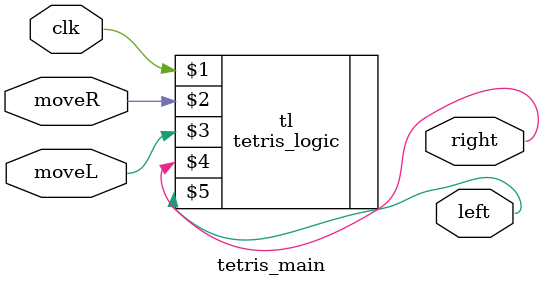
<source format=v>
`timescale 1ns / 1ps
module tetris_main(
		input clk,
		input moveR,
		input moveL,
		output right,
		output left
	 );
	 tetris_logic tl(clk, moveR, moveL, right, left);


endmodule

</source>
